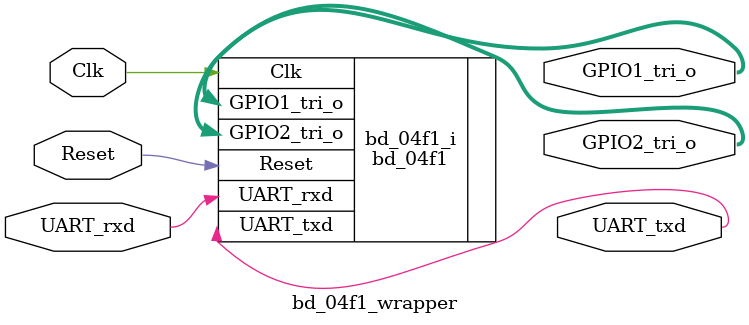
<source format=v>
`timescale 1 ps / 1 ps

module bd_04f1_wrapper
   (Clk,
    GPIO1_tri_o,
    GPIO2_tri_o,
    Reset,
    UART_rxd,
    UART_txd);
  input Clk;
  output [15:0]GPIO1_tri_o;
  output [7:0]GPIO2_tri_o;
  input Reset;
  input UART_rxd;
  output UART_txd;

  wire Clk;
  wire [15:0]GPIO1_tri_o;
  wire [7:0]GPIO2_tri_o;
  wire Reset;
  wire UART_rxd;
  wire UART_txd;

  bd_04f1 bd_04f1_i
       (.Clk(Clk),
        .GPIO1_tri_o(GPIO1_tri_o),
        .GPIO2_tri_o(GPIO2_tri_o),
        .Reset(Reset),
        .UART_rxd(UART_rxd),
        .UART_txd(UART_txd));
endmodule

</source>
